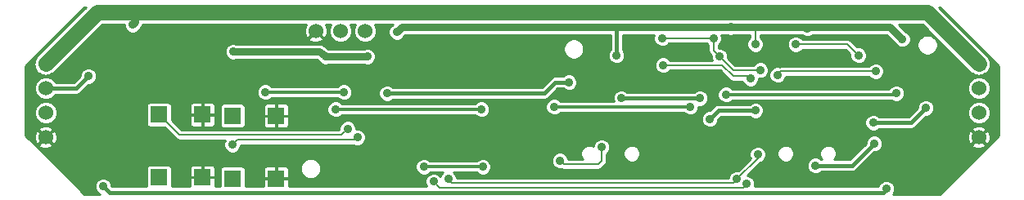
<source format=gbl>
G04 (created by PCBNEW (22-Jun-2014 BZR 4027)-stable) date Tue Jul 18 17:56:31 2017*
%MOIN*%
G04 Gerber Fmt 3.4, Leading zero omitted, Abs format*
%FSLAX34Y34*%
G01*
G70*
G90*
G04 APERTURE LIST*
%ADD10C,0.00590551*%
%ADD11C,0.06*%
%ADD12R,0.07X0.07*%
%ADD13C,0.035*%
%ADD14C,0.0314961*%
%ADD15C,0.00787402*%
%ADD16C,0.015748*%
%ADD17C,0.011811*%
%ADD18C,0.0629921*%
%ADD19C,0.01*%
G04 APERTURE END LIST*
G54D10*
G54D11*
X85000Y-35500D03*
X85000Y-34500D03*
X85000Y-33500D03*
X85000Y-32500D03*
X47000Y-35500D03*
X47000Y-34500D03*
X47000Y-33500D03*
X47000Y-32500D03*
X58000Y-31150D03*
X59000Y-31150D03*
X60000Y-31150D03*
G54D12*
X51614Y-37130D03*
X51614Y-34570D03*
X53386Y-37130D03*
X53386Y-34570D03*
X54614Y-37180D03*
X54614Y-34620D03*
X56386Y-37180D03*
X56386Y-34620D03*
G54D13*
X75900Y-31700D03*
X78000Y-31050D03*
X74900Y-31000D03*
X70250Y-32150D03*
X81889Y-31496D03*
X61300Y-31200D03*
X62400Y-36700D03*
X58400Y-32200D03*
X64800Y-36700D03*
X54650Y-32000D03*
X60100Y-32200D03*
X80750Y-35750D03*
X78350Y-36650D03*
X67750Y-30450D03*
X72600Y-30500D03*
X56800Y-30400D03*
X50550Y-30900D03*
X67950Y-36450D03*
X69650Y-35900D03*
X82850Y-34300D03*
X80700Y-34900D03*
X68300Y-33250D03*
X70450Y-33900D03*
X73650Y-33900D03*
X74050Y-34750D03*
X75900Y-34400D03*
X60900Y-33700D03*
X59150Y-33650D03*
X55950Y-33650D03*
X48750Y-33000D03*
X81250Y-37600D03*
X49350Y-37500D03*
X54600Y-35800D03*
X59700Y-35500D03*
X59300Y-35150D03*
X76100Y-32750D03*
X77550Y-31700D03*
X80100Y-32150D03*
X72100Y-31450D03*
X74450Y-32200D03*
X74200Y-31450D03*
X75550Y-37400D03*
X62800Y-37300D03*
X76800Y-32950D03*
X80800Y-32800D03*
X75700Y-33100D03*
X72150Y-32550D03*
X76000Y-36200D03*
X63400Y-37200D03*
X75150Y-37200D03*
X62000Y-32800D03*
X62000Y-31650D03*
X62000Y-35200D03*
X78900Y-35550D03*
X75750Y-32200D03*
X76750Y-31450D03*
X78000Y-33150D03*
X70350Y-36000D03*
X80650Y-33300D03*
X73050Y-32150D03*
X71500Y-31450D03*
X74250Y-36400D03*
X69650Y-33000D03*
X71700Y-32750D03*
X48750Y-32250D03*
X61300Y-37050D03*
X82100Y-32950D03*
X74050Y-32900D03*
X67150Y-32900D03*
X59100Y-33050D03*
X50050Y-32900D03*
X51100Y-31350D03*
X54350Y-31100D03*
X81650Y-33700D03*
X74700Y-33750D03*
X73250Y-34250D03*
X67700Y-34250D03*
X64750Y-34350D03*
X58800Y-34350D03*
G54D14*
X80905Y-31000D02*
X81393Y-31000D01*
X81393Y-31000D02*
X81889Y-31496D01*
G54D15*
X75900Y-31050D02*
X75900Y-31000D01*
X75900Y-31700D02*
X75900Y-31050D01*
G54D16*
X78000Y-31050D02*
X78000Y-31000D01*
X74900Y-30950D02*
X75000Y-31000D01*
X74900Y-31000D02*
X74900Y-30950D01*
X70250Y-32150D02*
X70250Y-31000D01*
G54D14*
X77900Y-31000D02*
X80905Y-31000D01*
X78000Y-31000D02*
X77900Y-31000D01*
X75850Y-31000D02*
X75900Y-31000D01*
X75900Y-31000D02*
X78000Y-31000D01*
X75000Y-31000D02*
X75850Y-31000D01*
X70250Y-31000D02*
X75000Y-31000D01*
X65350Y-31000D02*
X70250Y-31000D01*
X61300Y-31200D02*
X61500Y-31000D01*
X61500Y-31000D02*
X65350Y-31000D01*
G54D17*
X62400Y-36700D02*
X64800Y-36700D01*
G54D14*
X54650Y-32000D02*
X58150Y-32000D01*
X58400Y-32200D02*
X60100Y-32200D01*
X58150Y-32000D02*
X58400Y-32200D01*
G54D16*
X79850Y-36650D02*
X80750Y-35750D01*
X78350Y-36650D02*
X79850Y-36650D01*
G54D14*
X67750Y-30450D02*
X67750Y-30400D01*
X72600Y-30500D02*
X72600Y-30400D01*
X50650Y-30800D02*
X50650Y-30400D01*
X50550Y-30900D02*
X50650Y-30800D01*
G54D18*
X47000Y-32500D02*
X48600Y-30900D01*
X48600Y-30900D02*
X49100Y-30400D01*
X49100Y-30400D02*
X50650Y-30400D01*
X50650Y-30400D02*
X56800Y-30400D01*
X56800Y-30400D02*
X66000Y-30400D01*
X66000Y-30400D02*
X67750Y-30400D01*
X67750Y-30400D02*
X68650Y-30400D01*
X68650Y-30400D02*
X72600Y-30400D01*
X72600Y-30400D02*
X82900Y-30400D01*
X82900Y-30400D02*
X85000Y-32500D01*
G54D15*
X68100Y-36600D02*
X69500Y-36600D01*
X67950Y-36450D02*
X68100Y-36600D01*
X69650Y-36450D02*
X69500Y-36600D01*
X69650Y-35900D02*
X69650Y-36450D01*
G54D16*
X80700Y-34900D02*
X82250Y-34900D01*
X82250Y-34900D02*
X82850Y-34300D01*
X68300Y-33250D02*
X67750Y-33250D01*
X67300Y-33700D02*
X60900Y-33700D01*
X67750Y-33250D02*
X67300Y-33700D01*
X72800Y-33900D02*
X73650Y-33900D01*
X70450Y-33900D02*
X72800Y-33900D01*
X74050Y-34750D02*
X74400Y-34400D01*
X74400Y-34400D02*
X75750Y-34400D01*
X75750Y-34400D02*
X75900Y-34400D01*
G54D15*
X60900Y-33700D02*
X60900Y-33700D01*
G54D17*
X59150Y-33650D02*
X57100Y-33650D01*
X55950Y-33650D02*
X57100Y-33650D01*
G54D16*
X47000Y-33500D02*
X48250Y-33500D01*
X48250Y-33500D02*
X48750Y-33000D01*
X81100Y-37750D02*
X78050Y-37750D01*
X81250Y-37600D02*
X81100Y-37750D01*
X60400Y-37750D02*
X78050Y-37750D01*
X60450Y-37750D02*
X60400Y-37750D01*
X60400Y-37750D02*
X58100Y-37750D01*
X58100Y-37750D02*
X51000Y-37750D01*
X49600Y-37750D02*
X51000Y-37750D01*
X51000Y-37750D02*
X50950Y-37750D01*
X49350Y-37500D02*
X49600Y-37750D01*
G54D15*
X56200Y-35600D02*
X54800Y-35600D01*
X54800Y-35600D02*
X54600Y-35800D01*
X56400Y-35600D02*
X56200Y-35600D01*
X59600Y-35600D02*
X59700Y-35500D01*
X56400Y-35600D02*
X59600Y-35600D01*
X52550Y-35400D02*
X52444Y-35400D01*
X52444Y-35400D02*
X51614Y-34570D01*
X59050Y-35400D02*
X52550Y-35400D01*
X59300Y-35150D02*
X59050Y-35400D01*
X75000Y-32750D02*
X74450Y-32200D01*
X76100Y-32750D02*
X75000Y-32750D01*
X79650Y-31700D02*
X77550Y-31700D01*
X80100Y-32150D02*
X79650Y-31700D01*
X72100Y-31450D02*
X74200Y-31450D01*
X74200Y-31950D02*
X74450Y-32200D01*
X74200Y-31450D02*
X74200Y-31950D01*
X64150Y-37550D02*
X75400Y-37550D01*
X75400Y-37550D02*
X75550Y-37400D01*
X63050Y-37550D02*
X64150Y-37550D01*
X64150Y-37550D02*
X64200Y-37550D01*
X62800Y-37300D02*
X63050Y-37550D01*
X80500Y-32800D02*
X76950Y-32800D01*
X76950Y-32800D02*
X76800Y-32950D01*
X80500Y-32800D02*
X80800Y-32800D01*
X74350Y-32550D02*
X74550Y-32550D01*
X75600Y-33000D02*
X75700Y-33100D01*
X75000Y-33000D02*
X75600Y-33000D01*
X74550Y-32550D02*
X75000Y-33000D01*
X72150Y-32550D02*
X74350Y-32550D01*
X76000Y-36350D02*
X75150Y-37200D01*
X76000Y-36200D02*
X76000Y-36350D01*
X64500Y-37350D02*
X75000Y-37350D01*
X63400Y-37200D02*
X63550Y-37350D01*
X63550Y-37350D02*
X64500Y-37350D01*
X75000Y-37350D02*
X75150Y-37200D01*
G54D17*
X75900Y-33750D02*
X81600Y-33750D01*
X81600Y-33750D02*
X81650Y-33700D01*
X75900Y-33750D02*
X74700Y-33750D01*
X73100Y-34250D02*
X73250Y-34250D01*
X67700Y-34250D02*
X73100Y-34250D01*
X58800Y-34350D02*
X64750Y-34350D01*
G54D10*
G36*
X85812Y-35422D02*
X85469Y-35764D01*
X85469Y-35416D01*
X85468Y-35412D01*
X85468Y-34407D01*
X85468Y-33407D01*
X85397Y-33235D01*
X85265Y-33103D01*
X85093Y-33031D01*
X84907Y-33031D01*
X84735Y-33102D01*
X84603Y-33234D01*
X84531Y-33406D01*
X84531Y-33592D01*
X84602Y-33764D01*
X84734Y-33896D01*
X84906Y-33968D01*
X85092Y-33968D01*
X85264Y-33897D01*
X85396Y-33765D01*
X85468Y-33593D01*
X85468Y-33407D01*
X85468Y-34407D01*
X85397Y-34235D01*
X85265Y-34103D01*
X85093Y-34031D01*
X84907Y-34031D01*
X84735Y-34102D01*
X84603Y-34234D01*
X84531Y-34406D01*
X84531Y-34592D01*
X84602Y-34764D01*
X84734Y-34896D01*
X84906Y-34968D01*
X85092Y-34968D01*
X85264Y-34897D01*
X85396Y-34765D01*
X85468Y-34593D01*
X85468Y-34407D01*
X85468Y-35412D01*
X85402Y-35242D01*
X85391Y-35226D01*
X85314Y-35198D01*
X85301Y-35211D01*
X85301Y-35185D01*
X85273Y-35108D01*
X85102Y-35033D01*
X84916Y-35030D01*
X84742Y-35097D01*
X84726Y-35108D01*
X84698Y-35185D01*
X85000Y-35487D01*
X85301Y-35185D01*
X85301Y-35211D01*
X85012Y-35500D01*
X85314Y-35801D01*
X85391Y-35773D01*
X85466Y-35602D01*
X85469Y-35416D01*
X85469Y-35764D01*
X85301Y-35933D01*
X85301Y-35814D01*
X85000Y-35512D01*
X84987Y-35525D01*
X84987Y-35500D01*
X84685Y-35198D01*
X84608Y-35226D01*
X84533Y-35397D01*
X84530Y-35583D01*
X84597Y-35757D01*
X84608Y-35773D01*
X84685Y-35801D01*
X84987Y-35500D01*
X84987Y-35525D01*
X84698Y-35814D01*
X84726Y-35891D01*
X84897Y-35966D01*
X85083Y-35969D01*
X85257Y-35902D01*
X85273Y-35891D01*
X85301Y-35814D01*
X85301Y-35933D01*
X83422Y-37812D01*
X83333Y-37812D01*
X83333Y-31768D01*
X83333Y-31732D01*
X83333Y-31695D01*
X83333Y-31695D01*
X83333Y-31695D01*
X83333Y-31695D01*
X83315Y-31605D01*
X83315Y-31605D01*
X83287Y-31537D01*
X83236Y-31460D01*
X83184Y-31409D01*
X83184Y-31408D01*
X83108Y-31357D01*
X83107Y-31357D01*
X83040Y-31329D01*
X82949Y-31311D01*
X82876Y-31311D01*
X82876Y-31312D01*
X82786Y-31329D01*
X82786Y-31329D01*
X82718Y-31357D01*
X82641Y-31409D01*
X82590Y-31461D01*
X82589Y-31461D01*
X82539Y-31537D01*
X82538Y-31537D01*
X82510Y-31605D01*
X82492Y-31695D01*
X82492Y-31732D01*
X82492Y-31768D01*
X82510Y-31859D01*
X82538Y-31926D01*
X82539Y-31927D01*
X82589Y-32003D01*
X82590Y-32003D01*
X82641Y-32055D01*
X82718Y-32106D01*
X82786Y-32134D01*
X82786Y-32134D01*
X82876Y-32152D01*
X82876Y-32152D01*
X82949Y-32152D01*
X83040Y-32134D01*
X83107Y-32106D01*
X83108Y-32106D01*
X83184Y-32055D01*
X83184Y-32055D01*
X83236Y-32003D01*
X83287Y-31927D01*
X83315Y-31859D01*
X83315Y-31859D01*
X83333Y-31769D01*
X83333Y-31769D01*
X83333Y-31769D01*
X83333Y-31768D01*
X83333Y-37812D01*
X83193Y-37812D01*
X83193Y-34232D01*
X83141Y-34105D01*
X83044Y-34009D01*
X82918Y-33956D01*
X82782Y-33956D01*
X82655Y-34008D01*
X82559Y-34105D01*
X82506Y-34231D01*
X82506Y-34294D01*
X82147Y-34653D01*
X81993Y-34653D01*
X81993Y-33632D01*
X81941Y-33505D01*
X81844Y-33409D01*
X81718Y-33356D01*
X81582Y-33356D01*
X81455Y-33408D01*
X81359Y-33505D01*
X81352Y-33522D01*
X81143Y-33522D01*
X81143Y-32732D01*
X81091Y-32605D01*
X80994Y-32509D01*
X80868Y-32456D01*
X80732Y-32456D01*
X80605Y-32508D01*
X80522Y-32592D01*
X80500Y-32592D01*
X80443Y-32592D01*
X80443Y-32082D01*
X80391Y-31955D01*
X80294Y-31859D01*
X80168Y-31806D01*
X80050Y-31806D01*
X79796Y-31553D01*
X79729Y-31508D01*
X79650Y-31492D01*
X77827Y-31492D01*
X77744Y-31409D01*
X77618Y-31356D01*
X77482Y-31356D01*
X77355Y-31408D01*
X77259Y-31505D01*
X77206Y-31631D01*
X77206Y-31767D01*
X77258Y-31894D01*
X77355Y-31990D01*
X77481Y-32043D01*
X77617Y-32043D01*
X77744Y-31991D01*
X77827Y-31907D01*
X79564Y-31907D01*
X79756Y-32100D01*
X79756Y-32217D01*
X79808Y-32344D01*
X79905Y-32440D01*
X80031Y-32493D01*
X80167Y-32493D01*
X80294Y-32441D01*
X80390Y-32344D01*
X80443Y-32218D01*
X80443Y-32082D01*
X80443Y-32592D01*
X76950Y-32592D01*
X76871Y-32608D01*
X76868Y-32606D01*
X76732Y-32606D01*
X76605Y-32658D01*
X76509Y-32755D01*
X76456Y-32881D01*
X76456Y-33017D01*
X76508Y-33144D01*
X76605Y-33240D01*
X76731Y-33293D01*
X76867Y-33293D01*
X76994Y-33241D01*
X77090Y-33144D01*
X77143Y-33018D01*
X77143Y-33007D01*
X80500Y-33007D01*
X80522Y-33007D01*
X80605Y-33090D01*
X80731Y-33143D01*
X80867Y-33143D01*
X80994Y-33091D01*
X81090Y-32994D01*
X81143Y-32868D01*
X81143Y-32732D01*
X81143Y-33522D01*
X75900Y-33522D01*
X74958Y-33522D01*
X74894Y-33459D01*
X74768Y-33406D01*
X74632Y-33406D01*
X74505Y-33458D01*
X74409Y-33555D01*
X74356Y-33681D01*
X74356Y-33817D01*
X74408Y-33944D01*
X74505Y-34040D01*
X74631Y-34093D01*
X74767Y-34093D01*
X74894Y-34041D01*
X74958Y-33977D01*
X75900Y-33977D01*
X81441Y-33977D01*
X81455Y-33990D01*
X81581Y-34043D01*
X81717Y-34043D01*
X81844Y-33991D01*
X81940Y-33894D01*
X81993Y-33768D01*
X81993Y-33632D01*
X81993Y-34653D01*
X80938Y-34653D01*
X80894Y-34609D01*
X80768Y-34556D01*
X80632Y-34556D01*
X80505Y-34608D01*
X80409Y-34705D01*
X80356Y-34831D01*
X80356Y-34967D01*
X80408Y-35094D01*
X80505Y-35190D01*
X80631Y-35243D01*
X80767Y-35243D01*
X80894Y-35191D01*
X80938Y-35146D01*
X82250Y-35146D01*
X82344Y-35128D01*
X82344Y-35128D01*
X82424Y-35074D01*
X82855Y-34643D01*
X82917Y-34643D01*
X83044Y-34591D01*
X83140Y-34494D01*
X83193Y-34368D01*
X83193Y-34232D01*
X83193Y-37812D01*
X81523Y-37812D01*
X81540Y-37794D01*
X81593Y-37668D01*
X81593Y-37532D01*
X81541Y-37405D01*
X81444Y-37309D01*
X81318Y-37256D01*
X81182Y-37256D01*
X81093Y-37293D01*
X81093Y-35682D01*
X81041Y-35555D01*
X80944Y-35459D01*
X80818Y-35406D01*
X80682Y-35406D01*
X80555Y-35458D01*
X80459Y-35555D01*
X80406Y-35681D01*
X80406Y-35744D01*
X79747Y-36403D01*
X79115Y-36403D01*
X79158Y-36360D01*
X79211Y-36233D01*
X79211Y-36096D01*
X79158Y-35969D01*
X79061Y-35872D01*
X78934Y-35819D01*
X78797Y-35819D01*
X78670Y-35872D01*
X78573Y-35969D01*
X78520Y-36096D01*
X78520Y-36233D01*
X78573Y-36360D01*
X78616Y-36403D01*
X78588Y-36403D01*
X78544Y-36359D01*
X78418Y-36306D01*
X78282Y-36306D01*
X78155Y-36358D01*
X78059Y-36455D01*
X78006Y-36581D01*
X78006Y-36717D01*
X78058Y-36844D01*
X78155Y-36940D01*
X78281Y-36993D01*
X78417Y-36993D01*
X78544Y-36941D01*
X78588Y-36896D01*
X79850Y-36896D01*
X79944Y-36878D01*
X79944Y-36878D01*
X80024Y-36824D01*
X80755Y-36093D01*
X80817Y-36093D01*
X80944Y-36041D01*
X81040Y-35944D01*
X81093Y-35818D01*
X81093Y-35682D01*
X81093Y-37293D01*
X81055Y-37308D01*
X80959Y-37405D01*
X80918Y-37503D01*
X78050Y-37503D01*
X77479Y-37503D01*
X77479Y-36096D01*
X77426Y-35969D01*
X77329Y-35872D01*
X77202Y-35819D01*
X77065Y-35819D01*
X76938Y-35872D01*
X76841Y-35969D01*
X76788Y-36096D01*
X76788Y-36233D01*
X76841Y-36360D01*
X76938Y-36457D01*
X77065Y-36510D01*
X77202Y-36510D01*
X77329Y-36457D01*
X77426Y-36360D01*
X77479Y-36233D01*
X77479Y-36096D01*
X77479Y-37503D01*
X75878Y-37503D01*
X75893Y-37468D01*
X75893Y-37332D01*
X75841Y-37205D01*
X75744Y-37109D01*
X75618Y-37056D01*
X75586Y-37056D01*
X76122Y-36520D01*
X76194Y-36491D01*
X76290Y-36394D01*
X76343Y-36268D01*
X76343Y-36132D01*
X76291Y-36005D01*
X76243Y-35957D01*
X76243Y-34332D01*
X76191Y-34205D01*
X76094Y-34109D01*
X75968Y-34056D01*
X75832Y-34056D01*
X75705Y-34108D01*
X75661Y-34153D01*
X74400Y-34153D01*
X74305Y-34171D01*
X74225Y-34225D01*
X74225Y-34225D01*
X74225Y-34225D01*
X74044Y-34406D01*
X73993Y-34406D01*
X73993Y-33832D01*
X73941Y-33705D01*
X73844Y-33609D01*
X73718Y-33556D01*
X73582Y-33556D01*
X73455Y-33608D01*
X73411Y-33653D01*
X72800Y-33653D01*
X70688Y-33653D01*
X70644Y-33609D01*
X70518Y-33556D01*
X70382Y-33556D01*
X70255Y-33608D01*
X70159Y-33705D01*
X70106Y-33831D01*
X70106Y-33967D01*
X70129Y-34022D01*
X68924Y-34022D01*
X68924Y-31926D01*
X68924Y-31889D01*
X68924Y-31853D01*
X68924Y-31852D01*
X68924Y-31852D01*
X68924Y-31852D01*
X68906Y-31762D01*
X68906Y-31762D01*
X68878Y-31694D01*
X68827Y-31618D01*
X68775Y-31566D01*
X68774Y-31566D01*
X68698Y-31515D01*
X68698Y-31515D01*
X68630Y-31487D01*
X68540Y-31469D01*
X68467Y-31469D01*
X68466Y-31469D01*
X68377Y-31487D01*
X68376Y-31487D01*
X68309Y-31515D01*
X68232Y-31566D01*
X68180Y-31618D01*
X68180Y-31618D01*
X68129Y-31694D01*
X68129Y-31695D01*
X68101Y-31762D01*
X68083Y-31853D01*
X68083Y-31889D01*
X68083Y-31926D01*
X68101Y-32016D01*
X68129Y-32084D01*
X68129Y-32084D01*
X68180Y-32160D01*
X68180Y-32160D01*
X68232Y-32212D01*
X68309Y-32264D01*
X68376Y-32292D01*
X68377Y-32292D01*
X68466Y-32309D01*
X68467Y-32310D01*
X68540Y-32310D01*
X68630Y-32292D01*
X68698Y-32264D01*
X68698Y-32264D01*
X68774Y-32213D01*
X68775Y-32213D01*
X68827Y-32161D01*
X68878Y-32084D01*
X68906Y-32017D01*
X68906Y-32016D01*
X68924Y-31926D01*
X68924Y-31926D01*
X68924Y-31926D01*
X68924Y-31926D01*
X68924Y-34022D01*
X68643Y-34022D01*
X68643Y-33182D01*
X68591Y-33055D01*
X68494Y-32959D01*
X68368Y-32906D01*
X68232Y-32906D01*
X68105Y-32958D01*
X68061Y-33003D01*
X67750Y-33003D01*
X67655Y-33021D01*
X67575Y-33075D01*
X67197Y-33453D01*
X61138Y-33453D01*
X61094Y-33409D01*
X60968Y-33356D01*
X60832Y-33356D01*
X60705Y-33408D01*
X60609Y-33505D01*
X60556Y-33631D01*
X60556Y-33767D01*
X60608Y-33894D01*
X60705Y-33990D01*
X60831Y-34043D01*
X60967Y-34043D01*
X61094Y-33991D01*
X61138Y-33946D01*
X67300Y-33946D01*
X67394Y-33928D01*
X67394Y-33928D01*
X67474Y-33874D01*
X67852Y-33496D01*
X68061Y-33496D01*
X68105Y-33540D01*
X68231Y-33593D01*
X68367Y-33593D01*
X68494Y-33541D01*
X68590Y-33444D01*
X68643Y-33318D01*
X68643Y-33182D01*
X68643Y-34022D01*
X67958Y-34022D01*
X67894Y-33959D01*
X67768Y-33906D01*
X67632Y-33906D01*
X67505Y-33958D01*
X67409Y-34055D01*
X67356Y-34181D01*
X67356Y-34317D01*
X67408Y-34444D01*
X67505Y-34540D01*
X67631Y-34593D01*
X67767Y-34593D01*
X67894Y-34541D01*
X67958Y-34477D01*
X72991Y-34477D01*
X73055Y-34540D01*
X73181Y-34593D01*
X73317Y-34593D01*
X73444Y-34541D01*
X73540Y-34444D01*
X73593Y-34318D01*
X73593Y-34243D01*
X73717Y-34243D01*
X73844Y-34191D01*
X73940Y-34094D01*
X73993Y-33968D01*
X73993Y-33832D01*
X73993Y-34406D01*
X73982Y-34406D01*
X73855Y-34458D01*
X73759Y-34555D01*
X73706Y-34681D01*
X73706Y-34817D01*
X73758Y-34944D01*
X73855Y-35040D01*
X73981Y-35093D01*
X74117Y-35093D01*
X74244Y-35041D01*
X74340Y-34944D01*
X74393Y-34818D01*
X74393Y-34755D01*
X74502Y-34646D01*
X75661Y-34646D01*
X75705Y-34690D01*
X75831Y-34743D01*
X75967Y-34743D01*
X76094Y-34691D01*
X76190Y-34594D01*
X76243Y-34468D01*
X76243Y-34332D01*
X76243Y-35957D01*
X76194Y-35909D01*
X76068Y-35856D01*
X75932Y-35856D01*
X75805Y-35908D01*
X75709Y-36005D01*
X75656Y-36131D01*
X75656Y-36267D01*
X75695Y-36361D01*
X75199Y-36856D01*
X75082Y-36856D01*
X74955Y-36908D01*
X74859Y-37005D01*
X74806Y-37131D01*
X74806Y-37142D01*
X71211Y-37142D01*
X71211Y-36096D01*
X71158Y-35969D01*
X71061Y-35872D01*
X70934Y-35819D01*
X70797Y-35819D01*
X70670Y-35872D01*
X70573Y-35969D01*
X70520Y-36096D01*
X70520Y-36233D01*
X70573Y-36360D01*
X70670Y-36457D01*
X70797Y-36510D01*
X70934Y-36510D01*
X71061Y-36457D01*
X71158Y-36360D01*
X71211Y-36233D01*
X71211Y-36096D01*
X71211Y-37142D01*
X69993Y-37142D01*
X69993Y-35832D01*
X69941Y-35705D01*
X69844Y-35609D01*
X69718Y-35556D01*
X69582Y-35556D01*
X69455Y-35608D01*
X69359Y-35705D01*
X69306Y-35831D01*
X69306Y-35863D01*
X69202Y-35819D01*
X69065Y-35819D01*
X68938Y-35872D01*
X68841Y-35969D01*
X68788Y-36096D01*
X68788Y-36233D01*
X68841Y-36360D01*
X68873Y-36392D01*
X68293Y-36392D01*
X68293Y-36382D01*
X68241Y-36255D01*
X68144Y-36159D01*
X68018Y-36106D01*
X67882Y-36106D01*
X67755Y-36158D01*
X67659Y-36255D01*
X67606Y-36381D01*
X67606Y-36517D01*
X67658Y-36644D01*
X67755Y-36740D01*
X67881Y-36793D01*
X68017Y-36793D01*
X68021Y-36791D01*
X68021Y-36791D01*
X68100Y-36807D01*
X69500Y-36807D01*
X69579Y-36791D01*
X69579Y-36791D01*
X69646Y-36746D01*
X69796Y-36596D01*
X69796Y-36596D01*
X69826Y-36551D01*
X69841Y-36529D01*
X69841Y-36529D01*
X69857Y-36450D01*
X69857Y-36450D01*
X69857Y-36177D01*
X69940Y-36094D01*
X69993Y-35968D01*
X69993Y-35832D01*
X69993Y-37142D01*
X64500Y-37142D01*
X63743Y-37142D01*
X63743Y-37132D01*
X63691Y-37005D01*
X63612Y-36927D01*
X64541Y-36927D01*
X64605Y-36990D01*
X64731Y-37043D01*
X64867Y-37043D01*
X64994Y-36991D01*
X65090Y-36894D01*
X65143Y-36768D01*
X65143Y-36632D01*
X65093Y-36511D01*
X65093Y-34282D01*
X65041Y-34155D01*
X64944Y-34059D01*
X64818Y-34006D01*
X64682Y-34006D01*
X64555Y-34058D01*
X64491Y-34122D01*
X60443Y-34122D01*
X60443Y-32132D01*
X60391Y-32005D01*
X60294Y-31909D01*
X60168Y-31856D01*
X60032Y-31856D01*
X59989Y-31874D01*
X58513Y-31874D01*
X58353Y-31745D01*
X58312Y-31724D01*
X58301Y-31717D01*
X58301Y-31464D01*
X58000Y-31162D01*
X57698Y-31464D01*
X57726Y-31541D01*
X57897Y-31616D01*
X58083Y-31619D01*
X58257Y-31552D01*
X58273Y-31541D01*
X58301Y-31464D01*
X58301Y-31717D01*
X58274Y-31699D01*
X58256Y-31695D01*
X58240Y-31687D01*
X58195Y-31683D01*
X58150Y-31674D01*
X54760Y-31674D01*
X54718Y-31656D01*
X54582Y-31656D01*
X54455Y-31708D01*
X54359Y-31805D01*
X54306Y-31931D01*
X54306Y-32067D01*
X54358Y-32194D01*
X54455Y-32290D01*
X54581Y-32343D01*
X54717Y-32343D01*
X54760Y-32325D01*
X58035Y-32325D01*
X58102Y-32379D01*
X58108Y-32394D01*
X58205Y-32490D01*
X58331Y-32543D01*
X58467Y-32543D01*
X58510Y-32525D01*
X59989Y-32525D01*
X60031Y-32543D01*
X60167Y-32543D01*
X60294Y-32491D01*
X60390Y-32394D01*
X60443Y-32268D01*
X60443Y-32132D01*
X60443Y-34122D01*
X59493Y-34122D01*
X59493Y-33582D01*
X59441Y-33455D01*
X59344Y-33359D01*
X59218Y-33306D01*
X59082Y-33306D01*
X58955Y-33358D01*
X58891Y-33422D01*
X57100Y-33422D01*
X56208Y-33422D01*
X56144Y-33359D01*
X56018Y-33306D01*
X55882Y-33306D01*
X55755Y-33358D01*
X55659Y-33455D01*
X55606Y-33581D01*
X55606Y-33717D01*
X55658Y-33844D01*
X55755Y-33940D01*
X55881Y-33993D01*
X56017Y-33993D01*
X56144Y-33941D01*
X56208Y-33877D01*
X57100Y-33877D01*
X58891Y-33877D01*
X58955Y-33940D01*
X59081Y-33993D01*
X59217Y-33993D01*
X59344Y-33941D01*
X59440Y-33844D01*
X59493Y-33718D01*
X59493Y-33582D01*
X59493Y-34122D01*
X59058Y-34122D01*
X58994Y-34059D01*
X58868Y-34006D01*
X58732Y-34006D01*
X58605Y-34058D01*
X58509Y-34155D01*
X58456Y-34281D01*
X58456Y-34417D01*
X58508Y-34544D01*
X58605Y-34640D01*
X58731Y-34693D01*
X58867Y-34693D01*
X58994Y-34641D01*
X59058Y-34577D01*
X64491Y-34577D01*
X64555Y-34640D01*
X64681Y-34693D01*
X64817Y-34693D01*
X64944Y-34641D01*
X65040Y-34544D01*
X65093Y-34418D01*
X65093Y-34282D01*
X65093Y-36511D01*
X65091Y-36505D01*
X64994Y-36409D01*
X64868Y-36356D01*
X64732Y-36356D01*
X64605Y-36408D01*
X64541Y-36472D01*
X62658Y-36472D01*
X62594Y-36409D01*
X62468Y-36356D01*
X62332Y-36356D01*
X62205Y-36408D01*
X62109Y-36505D01*
X62056Y-36631D01*
X62056Y-36767D01*
X62108Y-36894D01*
X62205Y-36990D01*
X62331Y-37043D01*
X62467Y-37043D01*
X62594Y-36991D01*
X62658Y-36927D01*
X63187Y-36927D01*
X63109Y-37005D01*
X63074Y-37089D01*
X62994Y-37009D01*
X62868Y-36956D01*
X62732Y-36956D01*
X62605Y-37008D01*
X62509Y-37105D01*
X62456Y-37231D01*
X62456Y-37367D01*
X62508Y-37494D01*
X62517Y-37503D01*
X60450Y-37503D01*
X60400Y-37503D01*
X60043Y-37503D01*
X60043Y-35432D01*
X59991Y-35305D01*
X59894Y-35209D01*
X59768Y-35156D01*
X59643Y-35156D01*
X59643Y-35082D01*
X59591Y-34955D01*
X59494Y-34859D01*
X59368Y-34806D01*
X59232Y-34806D01*
X59105Y-34858D01*
X59009Y-34955D01*
X58956Y-35081D01*
X58956Y-35192D01*
X56904Y-35192D01*
X56904Y-35003D01*
X56904Y-34236D01*
X56878Y-34174D01*
X56831Y-34127D01*
X56769Y-34101D01*
X56702Y-34101D01*
X56437Y-34101D01*
X56395Y-34143D01*
X56395Y-34610D01*
X56862Y-34610D01*
X56904Y-34568D01*
X56904Y-34236D01*
X56904Y-35003D01*
X56904Y-34671D01*
X56862Y-34629D01*
X56395Y-34629D01*
X56395Y-35096D01*
X56437Y-35138D01*
X56702Y-35138D01*
X56769Y-35138D01*
X56831Y-35112D01*
X56878Y-35065D01*
X56904Y-35003D01*
X56904Y-35192D01*
X56376Y-35192D01*
X56376Y-35096D01*
X56376Y-34629D01*
X56376Y-34610D01*
X56376Y-34143D01*
X56334Y-34101D01*
X56069Y-34101D01*
X56002Y-34101D01*
X55940Y-34127D01*
X55893Y-34174D01*
X55867Y-34236D01*
X55867Y-34568D01*
X55909Y-34610D01*
X56376Y-34610D01*
X56376Y-34629D01*
X55909Y-34629D01*
X55867Y-34671D01*
X55867Y-35003D01*
X55893Y-35065D01*
X55940Y-35112D01*
X56002Y-35138D01*
X56069Y-35138D01*
X56334Y-35138D01*
X56376Y-35096D01*
X56376Y-35192D01*
X55132Y-35192D01*
X55132Y-34936D01*
X55132Y-34236D01*
X55106Y-34174D01*
X55059Y-34127D01*
X54997Y-34101D01*
X54930Y-34101D01*
X54230Y-34101D01*
X54168Y-34127D01*
X54121Y-34174D01*
X54095Y-34236D01*
X54095Y-34303D01*
X54095Y-35003D01*
X54121Y-35065D01*
X54168Y-35112D01*
X54230Y-35138D01*
X54297Y-35138D01*
X54997Y-35138D01*
X55059Y-35112D01*
X55106Y-35065D01*
X55132Y-35003D01*
X55132Y-34936D01*
X55132Y-35192D01*
X53904Y-35192D01*
X53904Y-34953D01*
X53904Y-34186D01*
X53878Y-34124D01*
X53831Y-34077D01*
X53769Y-34051D01*
X53702Y-34051D01*
X53437Y-34051D01*
X53395Y-34093D01*
X53395Y-34560D01*
X53862Y-34560D01*
X53904Y-34518D01*
X53904Y-34186D01*
X53904Y-34953D01*
X53904Y-34621D01*
X53862Y-34579D01*
X53395Y-34579D01*
X53395Y-35046D01*
X53437Y-35088D01*
X53702Y-35088D01*
X53769Y-35088D01*
X53831Y-35062D01*
X53878Y-35015D01*
X53904Y-34953D01*
X53904Y-35192D01*
X53376Y-35192D01*
X53376Y-35046D01*
X53376Y-34579D01*
X53376Y-34560D01*
X53376Y-34093D01*
X53334Y-34051D01*
X53069Y-34051D01*
X53002Y-34051D01*
X52940Y-34077D01*
X52893Y-34124D01*
X52867Y-34186D01*
X52867Y-34518D01*
X52909Y-34560D01*
X53376Y-34560D01*
X53376Y-34579D01*
X52909Y-34579D01*
X52867Y-34621D01*
X52867Y-34953D01*
X52893Y-35015D01*
X52940Y-35062D01*
X53002Y-35088D01*
X53069Y-35088D01*
X53334Y-35088D01*
X53376Y-35046D01*
X53376Y-35192D01*
X52550Y-35192D01*
X52529Y-35192D01*
X52132Y-34794D01*
X52132Y-34186D01*
X52106Y-34124D01*
X52059Y-34077D01*
X51997Y-34051D01*
X51930Y-34051D01*
X51230Y-34051D01*
X51168Y-34077D01*
X51121Y-34124D01*
X51095Y-34186D01*
X51095Y-34253D01*
X51095Y-34953D01*
X51121Y-35015D01*
X51168Y-35062D01*
X51230Y-35088D01*
X51297Y-35088D01*
X51838Y-35088D01*
X52297Y-35546D01*
X52364Y-35591D01*
X52364Y-35591D01*
X52444Y-35607D01*
X52550Y-35607D01*
X54308Y-35607D01*
X54256Y-35731D01*
X54256Y-35867D01*
X54308Y-35994D01*
X54405Y-36090D01*
X54531Y-36143D01*
X54667Y-36143D01*
X54794Y-36091D01*
X54890Y-35994D01*
X54943Y-35868D01*
X54943Y-35807D01*
X56200Y-35807D01*
X56400Y-35807D01*
X59545Y-35807D01*
X59631Y-35843D01*
X59767Y-35843D01*
X59894Y-35791D01*
X59990Y-35694D01*
X60043Y-35568D01*
X60043Y-35432D01*
X60043Y-37503D01*
X58215Y-37503D01*
X58215Y-36808D01*
X58215Y-36771D01*
X58215Y-36735D01*
X58215Y-36734D01*
X58215Y-36734D01*
X58215Y-36734D01*
X58197Y-36644D01*
X58197Y-36644D01*
X58169Y-36576D01*
X58118Y-36500D01*
X58066Y-36448D01*
X58066Y-36448D01*
X57990Y-36397D01*
X57989Y-36397D01*
X57922Y-36369D01*
X57831Y-36351D01*
X57758Y-36351D01*
X57758Y-36351D01*
X57668Y-36369D01*
X57668Y-36369D01*
X57600Y-36397D01*
X57523Y-36448D01*
X57472Y-36500D01*
X57471Y-36500D01*
X57420Y-36576D01*
X57420Y-36577D01*
X57392Y-36644D01*
X57374Y-36735D01*
X57374Y-36771D01*
X57374Y-36808D01*
X57392Y-36898D01*
X57420Y-36966D01*
X57420Y-36966D01*
X57471Y-37042D01*
X57472Y-37042D01*
X57523Y-37094D01*
X57600Y-37146D01*
X57668Y-37174D01*
X57668Y-37174D01*
X57758Y-37191D01*
X57758Y-37192D01*
X57831Y-37192D01*
X57922Y-37174D01*
X57989Y-37146D01*
X57990Y-37145D01*
X58066Y-37095D01*
X58066Y-37094D01*
X58118Y-37043D01*
X58169Y-36966D01*
X58197Y-36898D01*
X58197Y-36898D01*
X58215Y-36808D01*
X58215Y-36808D01*
X58215Y-36808D01*
X58215Y-36808D01*
X58215Y-37503D01*
X58100Y-37503D01*
X56904Y-37503D01*
X56904Y-36796D01*
X56878Y-36734D01*
X56831Y-36687D01*
X56769Y-36661D01*
X56702Y-36661D01*
X56437Y-36661D01*
X56395Y-36703D01*
X56395Y-37170D01*
X56862Y-37170D01*
X56904Y-37128D01*
X56904Y-36796D01*
X56904Y-37503D01*
X56904Y-37503D01*
X56904Y-37231D01*
X56862Y-37189D01*
X56395Y-37189D01*
X56395Y-37196D01*
X56376Y-37196D01*
X56376Y-37189D01*
X56376Y-37170D01*
X56376Y-36703D01*
X56334Y-36661D01*
X56069Y-36661D01*
X56002Y-36661D01*
X55940Y-36687D01*
X55893Y-36734D01*
X55867Y-36796D01*
X55867Y-37128D01*
X55909Y-37170D01*
X56376Y-37170D01*
X56376Y-37189D01*
X55909Y-37189D01*
X55867Y-37231D01*
X55867Y-37503D01*
X55132Y-37503D01*
X55132Y-37496D01*
X55132Y-36796D01*
X55106Y-36734D01*
X55059Y-36687D01*
X54997Y-36661D01*
X54930Y-36661D01*
X54230Y-36661D01*
X54168Y-36687D01*
X54121Y-36734D01*
X54095Y-36796D01*
X54095Y-36863D01*
X54095Y-37503D01*
X53904Y-37503D01*
X53904Y-36746D01*
X53878Y-36684D01*
X53831Y-36637D01*
X53769Y-36611D01*
X53702Y-36611D01*
X53437Y-36611D01*
X53395Y-36653D01*
X53395Y-37120D01*
X53862Y-37120D01*
X53904Y-37078D01*
X53904Y-36746D01*
X53904Y-37503D01*
X53904Y-37503D01*
X53904Y-37181D01*
X53862Y-37139D01*
X53395Y-37139D01*
X53395Y-37146D01*
X53376Y-37146D01*
X53376Y-37139D01*
X53376Y-37120D01*
X53376Y-36653D01*
X53334Y-36611D01*
X53069Y-36611D01*
X53002Y-36611D01*
X52940Y-36637D01*
X52893Y-36684D01*
X52867Y-36746D01*
X52867Y-37078D01*
X52909Y-37120D01*
X53376Y-37120D01*
X53376Y-37139D01*
X52909Y-37139D01*
X52867Y-37181D01*
X52867Y-37503D01*
X52132Y-37503D01*
X52132Y-37446D01*
X52132Y-36746D01*
X52106Y-36684D01*
X52059Y-36637D01*
X51997Y-36611D01*
X51930Y-36611D01*
X51230Y-36611D01*
X51168Y-36637D01*
X51121Y-36684D01*
X51095Y-36746D01*
X51095Y-36813D01*
X51095Y-37503D01*
X51000Y-37503D01*
X50950Y-37503D01*
X49702Y-37503D01*
X49693Y-37494D01*
X49693Y-37432D01*
X49641Y-37305D01*
X49544Y-37209D01*
X49418Y-37156D01*
X49282Y-37156D01*
X49155Y-37208D01*
X49093Y-37271D01*
X49093Y-32932D01*
X49041Y-32805D01*
X48944Y-32709D01*
X48818Y-32656D01*
X48682Y-32656D01*
X48555Y-32708D01*
X48459Y-32805D01*
X48406Y-32931D01*
X48406Y-32994D01*
X48147Y-33253D01*
X47404Y-33253D01*
X47397Y-33235D01*
X47265Y-33103D01*
X47093Y-33031D01*
X46907Y-33031D01*
X46735Y-33102D01*
X46603Y-33234D01*
X46531Y-33406D01*
X46531Y-33592D01*
X46602Y-33764D01*
X46734Y-33896D01*
X46906Y-33968D01*
X47092Y-33968D01*
X47264Y-33897D01*
X47396Y-33765D01*
X47404Y-33746D01*
X48250Y-33746D01*
X48344Y-33728D01*
X48344Y-33728D01*
X48424Y-33674D01*
X48755Y-33343D01*
X48817Y-33343D01*
X48944Y-33291D01*
X49040Y-33194D01*
X49093Y-33068D01*
X49093Y-32932D01*
X49093Y-37271D01*
X49059Y-37305D01*
X49006Y-37431D01*
X49006Y-37567D01*
X49058Y-37694D01*
X49155Y-37790D01*
X49207Y-37812D01*
X48577Y-37812D01*
X47469Y-36704D01*
X47469Y-35416D01*
X47468Y-35412D01*
X47468Y-34407D01*
X47397Y-34235D01*
X47265Y-34103D01*
X47093Y-34031D01*
X46907Y-34031D01*
X46735Y-34102D01*
X46603Y-34234D01*
X46531Y-34406D01*
X46531Y-34592D01*
X46602Y-34764D01*
X46734Y-34896D01*
X46906Y-34968D01*
X47092Y-34968D01*
X47264Y-34897D01*
X47396Y-34765D01*
X47468Y-34593D01*
X47468Y-34407D01*
X47468Y-35412D01*
X47402Y-35242D01*
X47391Y-35226D01*
X47314Y-35198D01*
X47301Y-35211D01*
X47301Y-35185D01*
X47273Y-35108D01*
X47102Y-35033D01*
X46916Y-35030D01*
X46742Y-35097D01*
X46726Y-35108D01*
X46698Y-35185D01*
X47000Y-35487D01*
X47301Y-35185D01*
X47301Y-35211D01*
X47012Y-35500D01*
X47314Y-35801D01*
X47391Y-35773D01*
X47466Y-35602D01*
X47469Y-35416D01*
X47469Y-36704D01*
X47301Y-36535D01*
X47301Y-35814D01*
X47000Y-35512D01*
X46987Y-35525D01*
X46987Y-35500D01*
X46685Y-35198D01*
X46608Y-35226D01*
X46533Y-35397D01*
X46530Y-35583D01*
X46597Y-35757D01*
X46608Y-35773D01*
X46685Y-35801D01*
X46987Y-35500D01*
X46987Y-35525D01*
X46698Y-35814D01*
X46726Y-35891D01*
X46897Y-35966D01*
X47083Y-35969D01*
X47257Y-35902D01*
X47273Y-35891D01*
X47301Y-35814D01*
X47301Y-36535D01*
X46187Y-35422D01*
X46187Y-32577D01*
X48577Y-30187D01*
X48629Y-30187D01*
X48258Y-30558D01*
X48258Y-30558D01*
X48258Y-30558D01*
X46658Y-32158D01*
X46615Y-32221D01*
X46603Y-32234D01*
X46596Y-32251D01*
X46553Y-32315D01*
X46538Y-32390D01*
X46531Y-32406D01*
X46531Y-32424D01*
X46516Y-32500D01*
X46531Y-32574D01*
X46531Y-32592D01*
X46538Y-32609D01*
X46553Y-32684D01*
X46596Y-32748D01*
X46602Y-32764D01*
X46615Y-32777D01*
X46658Y-32841D01*
X46721Y-32884D01*
X46734Y-32896D01*
X46751Y-32903D01*
X46815Y-32946D01*
X46890Y-32961D01*
X46906Y-32968D01*
X46924Y-32968D01*
X47000Y-32983D01*
X47074Y-32968D01*
X47092Y-32968D01*
X47109Y-32961D01*
X47184Y-32946D01*
X47248Y-32903D01*
X47264Y-32897D01*
X47277Y-32884D01*
X47341Y-32841D01*
X48941Y-31241D01*
X48941Y-31241D01*
X48941Y-31241D01*
X49300Y-30883D01*
X50206Y-30883D01*
X50206Y-30967D01*
X50258Y-31094D01*
X50355Y-31190D01*
X50481Y-31243D01*
X50617Y-31243D01*
X50744Y-31191D01*
X50840Y-31094D01*
X50858Y-31052D01*
X50880Y-31030D01*
X50950Y-30924D01*
X50959Y-30883D01*
X56800Y-30883D01*
X57605Y-30883D01*
X57533Y-31047D01*
X57530Y-31233D01*
X57597Y-31407D01*
X57608Y-31423D01*
X57685Y-31451D01*
X57987Y-31150D01*
X57981Y-31144D01*
X57994Y-31131D01*
X58000Y-31137D01*
X58005Y-31131D01*
X58018Y-31144D01*
X58012Y-31150D01*
X58314Y-31451D01*
X58391Y-31423D01*
X58466Y-31252D01*
X58469Y-31066D01*
X58402Y-30892D01*
X58395Y-30883D01*
X58604Y-30883D01*
X58603Y-30884D01*
X58531Y-31056D01*
X58531Y-31242D01*
X58602Y-31414D01*
X58734Y-31546D01*
X58906Y-31618D01*
X59092Y-31618D01*
X59264Y-31547D01*
X59396Y-31415D01*
X59468Y-31243D01*
X59468Y-31057D01*
X59397Y-30885D01*
X59394Y-30883D01*
X59604Y-30883D01*
X59603Y-30884D01*
X59531Y-31056D01*
X59531Y-31242D01*
X59602Y-31414D01*
X59734Y-31546D01*
X59906Y-31618D01*
X60092Y-31618D01*
X60264Y-31547D01*
X60396Y-31415D01*
X60468Y-31243D01*
X60468Y-31057D01*
X60397Y-30885D01*
X60394Y-30883D01*
X61156Y-30883D01*
X61147Y-30891D01*
X61105Y-30908D01*
X61009Y-31005D01*
X60956Y-31131D01*
X60956Y-31267D01*
X61008Y-31394D01*
X61105Y-31490D01*
X61231Y-31543D01*
X61367Y-31543D01*
X61494Y-31491D01*
X61590Y-31394D01*
X61608Y-31352D01*
X61634Y-31325D01*
X65350Y-31325D01*
X70003Y-31325D01*
X70003Y-31911D01*
X69959Y-31955D01*
X69906Y-32081D01*
X69906Y-32217D01*
X69958Y-32344D01*
X70055Y-32440D01*
X70181Y-32493D01*
X70317Y-32493D01*
X70444Y-32441D01*
X70540Y-32344D01*
X70593Y-32218D01*
X70593Y-32082D01*
X70541Y-31955D01*
X70496Y-31911D01*
X70496Y-31325D01*
X71780Y-31325D01*
X71756Y-31381D01*
X71756Y-31517D01*
X71808Y-31644D01*
X71905Y-31740D01*
X72031Y-31793D01*
X72167Y-31793D01*
X72294Y-31741D01*
X72377Y-31657D01*
X73922Y-31657D01*
X73992Y-31727D01*
X73992Y-31950D01*
X74008Y-32029D01*
X74053Y-32096D01*
X74106Y-32150D01*
X74106Y-32267D01*
X74137Y-32342D01*
X72427Y-32342D01*
X72344Y-32259D01*
X72218Y-32206D01*
X72082Y-32206D01*
X71955Y-32258D01*
X71859Y-32355D01*
X71806Y-32481D01*
X71806Y-32617D01*
X71858Y-32744D01*
X71955Y-32840D01*
X72081Y-32893D01*
X72217Y-32893D01*
X72344Y-32841D01*
X72427Y-32757D01*
X74350Y-32757D01*
X74464Y-32757D01*
X74853Y-33146D01*
X74920Y-33191D01*
X74920Y-33191D01*
X75000Y-33207D01*
X75373Y-33207D01*
X75408Y-33294D01*
X75505Y-33390D01*
X75631Y-33443D01*
X75767Y-33443D01*
X75894Y-33391D01*
X75990Y-33294D01*
X76043Y-33168D01*
X76043Y-33093D01*
X76167Y-33093D01*
X76294Y-33041D01*
X76390Y-32944D01*
X76443Y-32818D01*
X76443Y-32682D01*
X76391Y-32555D01*
X76294Y-32459D01*
X76168Y-32406D01*
X76032Y-32406D01*
X75905Y-32458D01*
X75822Y-32542D01*
X75085Y-32542D01*
X74793Y-32249D01*
X74793Y-32132D01*
X74741Y-32005D01*
X74644Y-31909D01*
X74518Y-31856D01*
X74407Y-31856D01*
X74407Y-31727D01*
X74490Y-31644D01*
X74543Y-31518D01*
X74543Y-31382D01*
X74519Y-31325D01*
X74789Y-31325D01*
X74831Y-31343D01*
X74967Y-31343D01*
X75010Y-31325D01*
X75692Y-31325D01*
X75692Y-31422D01*
X75609Y-31505D01*
X75556Y-31631D01*
X75556Y-31767D01*
X75608Y-31894D01*
X75705Y-31990D01*
X75831Y-32043D01*
X75967Y-32043D01*
X76094Y-31991D01*
X76190Y-31894D01*
X76243Y-31768D01*
X76243Y-31632D01*
X76191Y-31505D01*
X76107Y-31422D01*
X76107Y-31325D01*
X77790Y-31325D01*
X77805Y-31340D01*
X77931Y-31393D01*
X78067Y-31393D01*
X78194Y-31341D01*
X78209Y-31325D01*
X80905Y-31325D01*
X81258Y-31325D01*
X81581Y-31648D01*
X81598Y-31690D01*
X81695Y-31786D01*
X81821Y-31839D01*
X81957Y-31839D01*
X82083Y-31787D01*
X82180Y-31690D01*
X82232Y-31564D01*
X82232Y-31428D01*
X82180Y-31301D01*
X82084Y-31205D01*
X82041Y-31187D01*
X81737Y-30883D01*
X82699Y-30883D01*
X84658Y-32841D01*
X84721Y-32884D01*
X84734Y-32896D01*
X84751Y-32903D01*
X84815Y-32946D01*
X84890Y-32961D01*
X84906Y-32968D01*
X84924Y-32968D01*
X85000Y-32983D01*
X85074Y-32968D01*
X85092Y-32968D01*
X85109Y-32961D01*
X85184Y-32946D01*
X85248Y-32903D01*
X85264Y-32897D01*
X85277Y-32884D01*
X85341Y-32841D01*
X85384Y-32778D01*
X85396Y-32765D01*
X85403Y-32748D01*
X85446Y-32684D01*
X85461Y-32609D01*
X85468Y-32593D01*
X85468Y-32575D01*
X85483Y-32500D01*
X85468Y-32425D01*
X85468Y-32407D01*
X85461Y-32390D01*
X85446Y-32315D01*
X85403Y-32251D01*
X85397Y-32235D01*
X85384Y-32222D01*
X85341Y-32158D01*
X83370Y-30187D01*
X83422Y-30187D01*
X85812Y-32577D01*
X85812Y-35422D01*
X85812Y-35422D01*
G37*
G54D19*
X85812Y-35422D02*
X85469Y-35764D01*
X85469Y-35416D01*
X85468Y-35412D01*
X85468Y-34407D01*
X85468Y-33407D01*
X85397Y-33235D01*
X85265Y-33103D01*
X85093Y-33031D01*
X84907Y-33031D01*
X84735Y-33102D01*
X84603Y-33234D01*
X84531Y-33406D01*
X84531Y-33592D01*
X84602Y-33764D01*
X84734Y-33896D01*
X84906Y-33968D01*
X85092Y-33968D01*
X85264Y-33897D01*
X85396Y-33765D01*
X85468Y-33593D01*
X85468Y-33407D01*
X85468Y-34407D01*
X85397Y-34235D01*
X85265Y-34103D01*
X85093Y-34031D01*
X84907Y-34031D01*
X84735Y-34102D01*
X84603Y-34234D01*
X84531Y-34406D01*
X84531Y-34592D01*
X84602Y-34764D01*
X84734Y-34896D01*
X84906Y-34968D01*
X85092Y-34968D01*
X85264Y-34897D01*
X85396Y-34765D01*
X85468Y-34593D01*
X85468Y-34407D01*
X85468Y-35412D01*
X85402Y-35242D01*
X85391Y-35226D01*
X85314Y-35198D01*
X85301Y-35211D01*
X85301Y-35185D01*
X85273Y-35108D01*
X85102Y-35033D01*
X84916Y-35030D01*
X84742Y-35097D01*
X84726Y-35108D01*
X84698Y-35185D01*
X85000Y-35487D01*
X85301Y-35185D01*
X85301Y-35211D01*
X85012Y-35500D01*
X85314Y-35801D01*
X85391Y-35773D01*
X85466Y-35602D01*
X85469Y-35416D01*
X85469Y-35764D01*
X85301Y-35933D01*
X85301Y-35814D01*
X85000Y-35512D01*
X84987Y-35525D01*
X84987Y-35500D01*
X84685Y-35198D01*
X84608Y-35226D01*
X84533Y-35397D01*
X84530Y-35583D01*
X84597Y-35757D01*
X84608Y-35773D01*
X84685Y-35801D01*
X84987Y-35500D01*
X84987Y-35525D01*
X84698Y-35814D01*
X84726Y-35891D01*
X84897Y-35966D01*
X85083Y-35969D01*
X85257Y-35902D01*
X85273Y-35891D01*
X85301Y-35814D01*
X85301Y-35933D01*
X83422Y-37812D01*
X83333Y-37812D01*
X83333Y-31768D01*
X83333Y-31732D01*
X83333Y-31695D01*
X83333Y-31695D01*
X83333Y-31695D01*
X83333Y-31695D01*
X83315Y-31605D01*
X83315Y-31605D01*
X83287Y-31537D01*
X83236Y-31460D01*
X83184Y-31409D01*
X83184Y-31408D01*
X83108Y-31357D01*
X83107Y-31357D01*
X83040Y-31329D01*
X82949Y-31311D01*
X82876Y-31311D01*
X82876Y-31312D01*
X82786Y-31329D01*
X82786Y-31329D01*
X82718Y-31357D01*
X82641Y-31409D01*
X82590Y-31461D01*
X82589Y-31461D01*
X82539Y-31537D01*
X82538Y-31537D01*
X82510Y-31605D01*
X82492Y-31695D01*
X82492Y-31732D01*
X82492Y-31768D01*
X82510Y-31859D01*
X82538Y-31926D01*
X82539Y-31927D01*
X82589Y-32003D01*
X82590Y-32003D01*
X82641Y-32055D01*
X82718Y-32106D01*
X82786Y-32134D01*
X82786Y-32134D01*
X82876Y-32152D01*
X82876Y-32152D01*
X82949Y-32152D01*
X83040Y-32134D01*
X83107Y-32106D01*
X83108Y-32106D01*
X83184Y-32055D01*
X83184Y-32055D01*
X83236Y-32003D01*
X83287Y-31927D01*
X83315Y-31859D01*
X83315Y-31859D01*
X83333Y-31769D01*
X83333Y-31769D01*
X83333Y-31769D01*
X83333Y-31768D01*
X83333Y-37812D01*
X83193Y-37812D01*
X83193Y-34232D01*
X83141Y-34105D01*
X83044Y-34009D01*
X82918Y-33956D01*
X82782Y-33956D01*
X82655Y-34008D01*
X82559Y-34105D01*
X82506Y-34231D01*
X82506Y-34294D01*
X82147Y-34653D01*
X81993Y-34653D01*
X81993Y-33632D01*
X81941Y-33505D01*
X81844Y-33409D01*
X81718Y-33356D01*
X81582Y-33356D01*
X81455Y-33408D01*
X81359Y-33505D01*
X81352Y-33522D01*
X81143Y-33522D01*
X81143Y-32732D01*
X81091Y-32605D01*
X80994Y-32509D01*
X80868Y-32456D01*
X80732Y-32456D01*
X80605Y-32508D01*
X80522Y-32592D01*
X80500Y-32592D01*
X80443Y-32592D01*
X80443Y-32082D01*
X80391Y-31955D01*
X80294Y-31859D01*
X80168Y-31806D01*
X80050Y-31806D01*
X79796Y-31553D01*
X79729Y-31508D01*
X79650Y-31492D01*
X77827Y-31492D01*
X77744Y-31409D01*
X77618Y-31356D01*
X77482Y-31356D01*
X77355Y-31408D01*
X77259Y-31505D01*
X77206Y-31631D01*
X77206Y-31767D01*
X77258Y-31894D01*
X77355Y-31990D01*
X77481Y-32043D01*
X77617Y-32043D01*
X77744Y-31991D01*
X77827Y-31907D01*
X79564Y-31907D01*
X79756Y-32100D01*
X79756Y-32217D01*
X79808Y-32344D01*
X79905Y-32440D01*
X80031Y-32493D01*
X80167Y-32493D01*
X80294Y-32441D01*
X80390Y-32344D01*
X80443Y-32218D01*
X80443Y-32082D01*
X80443Y-32592D01*
X76950Y-32592D01*
X76871Y-32608D01*
X76868Y-32606D01*
X76732Y-32606D01*
X76605Y-32658D01*
X76509Y-32755D01*
X76456Y-32881D01*
X76456Y-33017D01*
X76508Y-33144D01*
X76605Y-33240D01*
X76731Y-33293D01*
X76867Y-33293D01*
X76994Y-33241D01*
X77090Y-33144D01*
X77143Y-33018D01*
X77143Y-33007D01*
X80500Y-33007D01*
X80522Y-33007D01*
X80605Y-33090D01*
X80731Y-33143D01*
X80867Y-33143D01*
X80994Y-33091D01*
X81090Y-32994D01*
X81143Y-32868D01*
X81143Y-32732D01*
X81143Y-33522D01*
X75900Y-33522D01*
X74958Y-33522D01*
X74894Y-33459D01*
X74768Y-33406D01*
X74632Y-33406D01*
X74505Y-33458D01*
X74409Y-33555D01*
X74356Y-33681D01*
X74356Y-33817D01*
X74408Y-33944D01*
X74505Y-34040D01*
X74631Y-34093D01*
X74767Y-34093D01*
X74894Y-34041D01*
X74958Y-33977D01*
X75900Y-33977D01*
X81441Y-33977D01*
X81455Y-33990D01*
X81581Y-34043D01*
X81717Y-34043D01*
X81844Y-33991D01*
X81940Y-33894D01*
X81993Y-33768D01*
X81993Y-33632D01*
X81993Y-34653D01*
X80938Y-34653D01*
X80894Y-34609D01*
X80768Y-34556D01*
X80632Y-34556D01*
X80505Y-34608D01*
X80409Y-34705D01*
X80356Y-34831D01*
X80356Y-34967D01*
X80408Y-35094D01*
X80505Y-35190D01*
X80631Y-35243D01*
X80767Y-35243D01*
X80894Y-35191D01*
X80938Y-35146D01*
X82250Y-35146D01*
X82344Y-35128D01*
X82344Y-35128D01*
X82424Y-35074D01*
X82855Y-34643D01*
X82917Y-34643D01*
X83044Y-34591D01*
X83140Y-34494D01*
X83193Y-34368D01*
X83193Y-34232D01*
X83193Y-37812D01*
X81523Y-37812D01*
X81540Y-37794D01*
X81593Y-37668D01*
X81593Y-37532D01*
X81541Y-37405D01*
X81444Y-37309D01*
X81318Y-37256D01*
X81182Y-37256D01*
X81093Y-37293D01*
X81093Y-35682D01*
X81041Y-35555D01*
X80944Y-35459D01*
X80818Y-35406D01*
X80682Y-35406D01*
X80555Y-35458D01*
X80459Y-35555D01*
X80406Y-35681D01*
X80406Y-35744D01*
X79747Y-36403D01*
X79115Y-36403D01*
X79158Y-36360D01*
X79211Y-36233D01*
X79211Y-36096D01*
X79158Y-35969D01*
X79061Y-35872D01*
X78934Y-35819D01*
X78797Y-35819D01*
X78670Y-35872D01*
X78573Y-35969D01*
X78520Y-36096D01*
X78520Y-36233D01*
X78573Y-36360D01*
X78616Y-36403D01*
X78588Y-36403D01*
X78544Y-36359D01*
X78418Y-36306D01*
X78282Y-36306D01*
X78155Y-36358D01*
X78059Y-36455D01*
X78006Y-36581D01*
X78006Y-36717D01*
X78058Y-36844D01*
X78155Y-36940D01*
X78281Y-36993D01*
X78417Y-36993D01*
X78544Y-36941D01*
X78588Y-36896D01*
X79850Y-36896D01*
X79944Y-36878D01*
X79944Y-36878D01*
X80024Y-36824D01*
X80755Y-36093D01*
X80817Y-36093D01*
X80944Y-36041D01*
X81040Y-35944D01*
X81093Y-35818D01*
X81093Y-35682D01*
X81093Y-37293D01*
X81055Y-37308D01*
X80959Y-37405D01*
X80918Y-37503D01*
X78050Y-37503D01*
X77479Y-37503D01*
X77479Y-36096D01*
X77426Y-35969D01*
X77329Y-35872D01*
X77202Y-35819D01*
X77065Y-35819D01*
X76938Y-35872D01*
X76841Y-35969D01*
X76788Y-36096D01*
X76788Y-36233D01*
X76841Y-36360D01*
X76938Y-36457D01*
X77065Y-36510D01*
X77202Y-36510D01*
X77329Y-36457D01*
X77426Y-36360D01*
X77479Y-36233D01*
X77479Y-36096D01*
X77479Y-37503D01*
X75878Y-37503D01*
X75893Y-37468D01*
X75893Y-37332D01*
X75841Y-37205D01*
X75744Y-37109D01*
X75618Y-37056D01*
X75586Y-37056D01*
X76122Y-36520D01*
X76194Y-36491D01*
X76290Y-36394D01*
X76343Y-36268D01*
X76343Y-36132D01*
X76291Y-36005D01*
X76243Y-35957D01*
X76243Y-34332D01*
X76191Y-34205D01*
X76094Y-34109D01*
X75968Y-34056D01*
X75832Y-34056D01*
X75705Y-34108D01*
X75661Y-34153D01*
X74400Y-34153D01*
X74305Y-34171D01*
X74225Y-34225D01*
X74225Y-34225D01*
X74225Y-34225D01*
X74044Y-34406D01*
X73993Y-34406D01*
X73993Y-33832D01*
X73941Y-33705D01*
X73844Y-33609D01*
X73718Y-33556D01*
X73582Y-33556D01*
X73455Y-33608D01*
X73411Y-33653D01*
X72800Y-33653D01*
X70688Y-33653D01*
X70644Y-33609D01*
X70518Y-33556D01*
X70382Y-33556D01*
X70255Y-33608D01*
X70159Y-33705D01*
X70106Y-33831D01*
X70106Y-33967D01*
X70129Y-34022D01*
X68924Y-34022D01*
X68924Y-31926D01*
X68924Y-31889D01*
X68924Y-31853D01*
X68924Y-31852D01*
X68924Y-31852D01*
X68924Y-31852D01*
X68906Y-31762D01*
X68906Y-31762D01*
X68878Y-31694D01*
X68827Y-31618D01*
X68775Y-31566D01*
X68774Y-31566D01*
X68698Y-31515D01*
X68698Y-31515D01*
X68630Y-31487D01*
X68540Y-31469D01*
X68467Y-31469D01*
X68466Y-31469D01*
X68377Y-31487D01*
X68376Y-31487D01*
X68309Y-31515D01*
X68232Y-31566D01*
X68180Y-31618D01*
X68180Y-31618D01*
X68129Y-31694D01*
X68129Y-31695D01*
X68101Y-31762D01*
X68083Y-31853D01*
X68083Y-31889D01*
X68083Y-31926D01*
X68101Y-32016D01*
X68129Y-32084D01*
X68129Y-32084D01*
X68180Y-32160D01*
X68180Y-32160D01*
X68232Y-32212D01*
X68309Y-32264D01*
X68376Y-32292D01*
X68377Y-32292D01*
X68466Y-32309D01*
X68467Y-32310D01*
X68540Y-32310D01*
X68630Y-32292D01*
X68698Y-32264D01*
X68698Y-32264D01*
X68774Y-32213D01*
X68775Y-32213D01*
X68827Y-32161D01*
X68878Y-32084D01*
X68906Y-32017D01*
X68906Y-32016D01*
X68924Y-31926D01*
X68924Y-31926D01*
X68924Y-31926D01*
X68924Y-31926D01*
X68924Y-34022D01*
X68643Y-34022D01*
X68643Y-33182D01*
X68591Y-33055D01*
X68494Y-32959D01*
X68368Y-32906D01*
X68232Y-32906D01*
X68105Y-32958D01*
X68061Y-33003D01*
X67750Y-33003D01*
X67655Y-33021D01*
X67575Y-33075D01*
X67197Y-33453D01*
X61138Y-33453D01*
X61094Y-33409D01*
X60968Y-33356D01*
X60832Y-33356D01*
X60705Y-33408D01*
X60609Y-33505D01*
X60556Y-33631D01*
X60556Y-33767D01*
X60608Y-33894D01*
X60705Y-33990D01*
X60831Y-34043D01*
X60967Y-34043D01*
X61094Y-33991D01*
X61138Y-33946D01*
X67300Y-33946D01*
X67394Y-33928D01*
X67394Y-33928D01*
X67474Y-33874D01*
X67852Y-33496D01*
X68061Y-33496D01*
X68105Y-33540D01*
X68231Y-33593D01*
X68367Y-33593D01*
X68494Y-33541D01*
X68590Y-33444D01*
X68643Y-33318D01*
X68643Y-33182D01*
X68643Y-34022D01*
X67958Y-34022D01*
X67894Y-33959D01*
X67768Y-33906D01*
X67632Y-33906D01*
X67505Y-33958D01*
X67409Y-34055D01*
X67356Y-34181D01*
X67356Y-34317D01*
X67408Y-34444D01*
X67505Y-34540D01*
X67631Y-34593D01*
X67767Y-34593D01*
X67894Y-34541D01*
X67958Y-34477D01*
X72991Y-34477D01*
X73055Y-34540D01*
X73181Y-34593D01*
X73317Y-34593D01*
X73444Y-34541D01*
X73540Y-34444D01*
X73593Y-34318D01*
X73593Y-34243D01*
X73717Y-34243D01*
X73844Y-34191D01*
X73940Y-34094D01*
X73993Y-33968D01*
X73993Y-33832D01*
X73993Y-34406D01*
X73982Y-34406D01*
X73855Y-34458D01*
X73759Y-34555D01*
X73706Y-34681D01*
X73706Y-34817D01*
X73758Y-34944D01*
X73855Y-35040D01*
X73981Y-35093D01*
X74117Y-35093D01*
X74244Y-35041D01*
X74340Y-34944D01*
X74393Y-34818D01*
X74393Y-34755D01*
X74502Y-34646D01*
X75661Y-34646D01*
X75705Y-34690D01*
X75831Y-34743D01*
X75967Y-34743D01*
X76094Y-34691D01*
X76190Y-34594D01*
X76243Y-34468D01*
X76243Y-34332D01*
X76243Y-35957D01*
X76194Y-35909D01*
X76068Y-35856D01*
X75932Y-35856D01*
X75805Y-35908D01*
X75709Y-36005D01*
X75656Y-36131D01*
X75656Y-36267D01*
X75695Y-36361D01*
X75199Y-36856D01*
X75082Y-36856D01*
X74955Y-36908D01*
X74859Y-37005D01*
X74806Y-37131D01*
X74806Y-37142D01*
X71211Y-37142D01*
X71211Y-36096D01*
X71158Y-35969D01*
X71061Y-35872D01*
X70934Y-35819D01*
X70797Y-35819D01*
X70670Y-35872D01*
X70573Y-35969D01*
X70520Y-36096D01*
X70520Y-36233D01*
X70573Y-36360D01*
X70670Y-36457D01*
X70797Y-36510D01*
X70934Y-36510D01*
X71061Y-36457D01*
X71158Y-36360D01*
X71211Y-36233D01*
X71211Y-36096D01*
X71211Y-37142D01*
X69993Y-37142D01*
X69993Y-35832D01*
X69941Y-35705D01*
X69844Y-35609D01*
X69718Y-35556D01*
X69582Y-35556D01*
X69455Y-35608D01*
X69359Y-35705D01*
X69306Y-35831D01*
X69306Y-35863D01*
X69202Y-35819D01*
X69065Y-35819D01*
X68938Y-35872D01*
X68841Y-35969D01*
X68788Y-36096D01*
X68788Y-36233D01*
X68841Y-36360D01*
X68873Y-36392D01*
X68293Y-36392D01*
X68293Y-36382D01*
X68241Y-36255D01*
X68144Y-36159D01*
X68018Y-36106D01*
X67882Y-36106D01*
X67755Y-36158D01*
X67659Y-36255D01*
X67606Y-36381D01*
X67606Y-36517D01*
X67658Y-36644D01*
X67755Y-36740D01*
X67881Y-36793D01*
X68017Y-36793D01*
X68021Y-36791D01*
X68021Y-36791D01*
X68100Y-36807D01*
X69500Y-36807D01*
X69579Y-36791D01*
X69579Y-36791D01*
X69646Y-36746D01*
X69796Y-36596D01*
X69796Y-36596D01*
X69826Y-36551D01*
X69841Y-36529D01*
X69841Y-36529D01*
X69857Y-36450D01*
X69857Y-36450D01*
X69857Y-36177D01*
X69940Y-36094D01*
X69993Y-35968D01*
X69993Y-35832D01*
X69993Y-37142D01*
X64500Y-37142D01*
X63743Y-37142D01*
X63743Y-37132D01*
X63691Y-37005D01*
X63612Y-36927D01*
X64541Y-36927D01*
X64605Y-36990D01*
X64731Y-37043D01*
X64867Y-37043D01*
X64994Y-36991D01*
X65090Y-36894D01*
X65143Y-36768D01*
X65143Y-36632D01*
X65093Y-36511D01*
X65093Y-34282D01*
X65041Y-34155D01*
X64944Y-34059D01*
X64818Y-34006D01*
X64682Y-34006D01*
X64555Y-34058D01*
X64491Y-34122D01*
X60443Y-34122D01*
X60443Y-32132D01*
X60391Y-32005D01*
X60294Y-31909D01*
X60168Y-31856D01*
X60032Y-31856D01*
X59989Y-31874D01*
X58513Y-31874D01*
X58353Y-31745D01*
X58312Y-31724D01*
X58301Y-31717D01*
X58301Y-31464D01*
X58000Y-31162D01*
X57698Y-31464D01*
X57726Y-31541D01*
X57897Y-31616D01*
X58083Y-31619D01*
X58257Y-31552D01*
X58273Y-31541D01*
X58301Y-31464D01*
X58301Y-31717D01*
X58274Y-31699D01*
X58256Y-31695D01*
X58240Y-31687D01*
X58195Y-31683D01*
X58150Y-31674D01*
X54760Y-31674D01*
X54718Y-31656D01*
X54582Y-31656D01*
X54455Y-31708D01*
X54359Y-31805D01*
X54306Y-31931D01*
X54306Y-32067D01*
X54358Y-32194D01*
X54455Y-32290D01*
X54581Y-32343D01*
X54717Y-32343D01*
X54760Y-32325D01*
X58035Y-32325D01*
X58102Y-32379D01*
X58108Y-32394D01*
X58205Y-32490D01*
X58331Y-32543D01*
X58467Y-32543D01*
X58510Y-32525D01*
X59989Y-32525D01*
X60031Y-32543D01*
X60167Y-32543D01*
X60294Y-32491D01*
X60390Y-32394D01*
X60443Y-32268D01*
X60443Y-32132D01*
X60443Y-34122D01*
X59493Y-34122D01*
X59493Y-33582D01*
X59441Y-33455D01*
X59344Y-33359D01*
X59218Y-33306D01*
X59082Y-33306D01*
X58955Y-33358D01*
X58891Y-33422D01*
X57100Y-33422D01*
X56208Y-33422D01*
X56144Y-33359D01*
X56018Y-33306D01*
X55882Y-33306D01*
X55755Y-33358D01*
X55659Y-33455D01*
X55606Y-33581D01*
X55606Y-33717D01*
X55658Y-33844D01*
X55755Y-33940D01*
X55881Y-33993D01*
X56017Y-33993D01*
X56144Y-33941D01*
X56208Y-33877D01*
X57100Y-33877D01*
X58891Y-33877D01*
X58955Y-33940D01*
X59081Y-33993D01*
X59217Y-33993D01*
X59344Y-33941D01*
X59440Y-33844D01*
X59493Y-33718D01*
X59493Y-33582D01*
X59493Y-34122D01*
X59058Y-34122D01*
X58994Y-34059D01*
X58868Y-34006D01*
X58732Y-34006D01*
X58605Y-34058D01*
X58509Y-34155D01*
X58456Y-34281D01*
X58456Y-34417D01*
X58508Y-34544D01*
X58605Y-34640D01*
X58731Y-34693D01*
X58867Y-34693D01*
X58994Y-34641D01*
X59058Y-34577D01*
X64491Y-34577D01*
X64555Y-34640D01*
X64681Y-34693D01*
X64817Y-34693D01*
X64944Y-34641D01*
X65040Y-34544D01*
X65093Y-34418D01*
X65093Y-34282D01*
X65093Y-36511D01*
X65091Y-36505D01*
X64994Y-36409D01*
X64868Y-36356D01*
X64732Y-36356D01*
X64605Y-36408D01*
X64541Y-36472D01*
X62658Y-36472D01*
X62594Y-36409D01*
X62468Y-36356D01*
X62332Y-36356D01*
X62205Y-36408D01*
X62109Y-36505D01*
X62056Y-36631D01*
X62056Y-36767D01*
X62108Y-36894D01*
X62205Y-36990D01*
X62331Y-37043D01*
X62467Y-37043D01*
X62594Y-36991D01*
X62658Y-36927D01*
X63187Y-36927D01*
X63109Y-37005D01*
X63074Y-37089D01*
X62994Y-37009D01*
X62868Y-36956D01*
X62732Y-36956D01*
X62605Y-37008D01*
X62509Y-37105D01*
X62456Y-37231D01*
X62456Y-37367D01*
X62508Y-37494D01*
X62517Y-37503D01*
X60450Y-37503D01*
X60400Y-37503D01*
X60043Y-37503D01*
X60043Y-35432D01*
X59991Y-35305D01*
X59894Y-35209D01*
X59768Y-35156D01*
X59643Y-35156D01*
X59643Y-35082D01*
X59591Y-34955D01*
X59494Y-34859D01*
X59368Y-34806D01*
X59232Y-34806D01*
X59105Y-34858D01*
X59009Y-34955D01*
X58956Y-35081D01*
X58956Y-35192D01*
X56904Y-35192D01*
X56904Y-35003D01*
X56904Y-34236D01*
X56878Y-34174D01*
X56831Y-34127D01*
X56769Y-34101D01*
X56702Y-34101D01*
X56437Y-34101D01*
X56395Y-34143D01*
X56395Y-34610D01*
X56862Y-34610D01*
X56904Y-34568D01*
X56904Y-34236D01*
X56904Y-35003D01*
X56904Y-34671D01*
X56862Y-34629D01*
X56395Y-34629D01*
X56395Y-35096D01*
X56437Y-35138D01*
X56702Y-35138D01*
X56769Y-35138D01*
X56831Y-35112D01*
X56878Y-35065D01*
X56904Y-35003D01*
X56904Y-35192D01*
X56376Y-35192D01*
X56376Y-35096D01*
X56376Y-34629D01*
X56376Y-34610D01*
X56376Y-34143D01*
X56334Y-34101D01*
X56069Y-34101D01*
X56002Y-34101D01*
X55940Y-34127D01*
X55893Y-34174D01*
X55867Y-34236D01*
X55867Y-34568D01*
X55909Y-34610D01*
X56376Y-34610D01*
X56376Y-34629D01*
X55909Y-34629D01*
X55867Y-34671D01*
X55867Y-35003D01*
X55893Y-35065D01*
X55940Y-35112D01*
X56002Y-35138D01*
X56069Y-35138D01*
X56334Y-35138D01*
X56376Y-35096D01*
X56376Y-35192D01*
X55132Y-35192D01*
X55132Y-34936D01*
X55132Y-34236D01*
X55106Y-34174D01*
X55059Y-34127D01*
X54997Y-34101D01*
X54930Y-34101D01*
X54230Y-34101D01*
X54168Y-34127D01*
X54121Y-34174D01*
X54095Y-34236D01*
X54095Y-34303D01*
X54095Y-35003D01*
X54121Y-35065D01*
X54168Y-35112D01*
X54230Y-35138D01*
X54297Y-35138D01*
X54997Y-35138D01*
X55059Y-35112D01*
X55106Y-35065D01*
X55132Y-35003D01*
X55132Y-34936D01*
X55132Y-35192D01*
X53904Y-35192D01*
X53904Y-34953D01*
X53904Y-34186D01*
X53878Y-34124D01*
X53831Y-34077D01*
X53769Y-34051D01*
X53702Y-34051D01*
X53437Y-34051D01*
X53395Y-34093D01*
X53395Y-34560D01*
X53862Y-34560D01*
X53904Y-34518D01*
X53904Y-34186D01*
X53904Y-34953D01*
X53904Y-34621D01*
X53862Y-34579D01*
X53395Y-34579D01*
X53395Y-35046D01*
X53437Y-35088D01*
X53702Y-35088D01*
X53769Y-35088D01*
X53831Y-35062D01*
X53878Y-35015D01*
X53904Y-34953D01*
X53904Y-35192D01*
X53376Y-35192D01*
X53376Y-35046D01*
X53376Y-34579D01*
X53376Y-34560D01*
X53376Y-34093D01*
X53334Y-34051D01*
X53069Y-34051D01*
X53002Y-34051D01*
X52940Y-34077D01*
X52893Y-34124D01*
X52867Y-34186D01*
X52867Y-34518D01*
X52909Y-34560D01*
X53376Y-34560D01*
X53376Y-34579D01*
X52909Y-34579D01*
X52867Y-34621D01*
X52867Y-34953D01*
X52893Y-35015D01*
X52940Y-35062D01*
X53002Y-35088D01*
X53069Y-35088D01*
X53334Y-35088D01*
X53376Y-35046D01*
X53376Y-35192D01*
X52550Y-35192D01*
X52529Y-35192D01*
X52132Y-34794D01*
X52132Y-34186D01*
X52106Y-34124D01*
X52059Y-34077D01*
X51997Y-34051D01*
X51930Y-34051D01*
X51230Y-34051D01*
X51168Y-34077D01*
X51121Y-34124D01*
X51095Y-34186D01*
X51095Y-34253D01*
X51095Y-34953D01*
X51121Y-35015D01*
X51168Y-35062D01*
X51230Y-35088D01*
X51297Y-35088D01*
X51838Y-35088D01*
X52297Y-35546D01*
X52364Y-35591D01*
X52364Y-35591D01*
X52444Y-35607D01*
X52550Y-35607D01*
X54308Y-35607D01*
X54256Y-35731D01*
X54256Y-35867D01*
X54308Y-35994D01*
X54405Y-36090D01*
X54531Y-36143D01*
X54667Y-36143D01*
X54794Y-36091D01*
X54890Y-35994D01*
X54943Y-35868D01*
X54943Y-35807D01*
X56200Y-35807D01*
X56400Y-35807D01*
X59545Y-35807D01*
X59631Y-35843D01*
X59767Y-35843D01*
X59894Y-35791D01*
X59990Y-35694D01*
X60043Y-35568D01*
X60043Y-35432D01*
X60043Y-37503D01*
X58215Y-37503D01*
X58215Y-36808D01*
X58215Y-36771D01*
X58215Y-36735D01*
X58215Y-36734D01*
X58215Y-36734D01*
X58215Y-36734D01*
X58197Y-36644D01*
X58197Y-36644D01*
X58169Y-36576D01*
X58118Y-36500D01*
X58066Y-36448D01*
X58066Y-36448D01*
X57990Y-36397D01*
X57989Y-36397D01*
X57922Y-36369D01*
X57831Y-36351D01*
X57758Y-36351D01*
X57758Y-36351D01*
X57668Y-36369D01*
X57668Y-36369D01*
X57600Y-36397D01*
X57523Y-36448D01*
X57472Y-36500D01*
X57471Y-36500D01*
X57420Y-36576D01*
X57420Y-36577D01*
X57392Y-36644D01*
X57374Y-36735D01*
X57374Y-36771D01*
X57374Y-36808D01*
X57392Y-36898D01*
X57420Y-36966D01*
X57420Y-36966D01*
X57471Y-37042D01*
X57472Y-37042D01*
X57523Y-37094D01*
X57600Y-37146D01*
X57668Y-37174D01*
X57668Y-37174D01*
X57758Y-37191D01*
X57758Y-37192D01*
X57831Y-37192D01*
X57922Y-37174D01*
X57989Y-37146D01*
X57990Y-37145D01*
X58066Y-37095D01*
X58066Y-37094D01*
X58118Y-37043D01*
X58169Y-36966D01*
X58197Y-36898D01*
X58197Y-36898D01*
X58215Y-36808D01*
X58215Y-36808D01*
X58215Y-36808D01*
X58215Y-36808D01*
X58215Y-37503D01*
X58100Y-37503D01*
X56904Y-37503D01*
X56904Y-36796D01*
X56878Y-36734D01*
X56831Y-36687D01*
X56769Y-36661D01*
X56702Y-36661D01*
X56437Y-36661D01*
X56395Y-36703D01*
X56395Y-37170D01*
X56862Y-37170D01*
X56904Y-37128D01*
X56904Y-36796D01*
X56904Y-37503D01*
X56904Y-37503D01*
X56904Y-37231D01*
X56862Y-37189D01*
X56395Y-37189D01*
X56395Y-37196D01*
X56376Y-37196D01*
X56376Y-37189D01*
X56376Y-37170D01*
X56376Y-36703D01*
X56334Y-36661D01*
X56069Y-36661D01*
X56002Y-36661D01*
X55940Y-36687D01*
X55893Y-36734D01*
X55867Y-36796D01*
X55867Y-37128D01*
X55909Y-37170D01*
X56376Y-37170D01*
X56376Y-37189D01*
X55909Y-37189D01*
X55867Y-37231D01*
X55867Y-37503D01*
X55132Y-37503D01*
X55132Y-37496D01*
X55132Y-36796D01*
X55106Y-36734D01*
X55059Y-36687D01*
X54997Y-36661D01*
X54930Y-36661D01*
X54230Y-36661D01*
X54168Y-36687D01*
X54121Y-36734D01*
X54095Y-36796D01*
X54095Y-36863D01*
X54095Y-37503D01*
X53904Y-37503D01*
X53904Y-36746D01*
X53878Y-36684D01*
X53831Y-36637D01*
X53769Y-36611D01*
X53702Y-36611D01*
X53437Y-36611D01*
X53395Y-36653D01*
X53395Y-37120D01*
X53862Y-37120D01*
X53904Y-37078D01*
X53904Y-36746D01*
X53904Y-37503D01*
X53904Y-37503D01*
X53904Y-37181D01*
X53862Y-37139D01*
X53395Y-37139D01*
X53395Y-37146D01*
X53376Y-37146D01*
X53376Y-37139D01*
X53376Y-37120D01*
X53376Y-36653D01*
X53334Y-36611D01*
X53069Y-36611D01*
X53002Y-36611D01*
X52940Y-36637D01*
X52893Y-36684D01*
X52867Y-36746D01*
X52867Y-37078D01*
X52909Y-37120D01*
X53376Y-37120D01*
X53376Y-37139D01*
X52909Y-37139D01*
X52867Y-37181D01*
X52867Y-37503D01*
X52132Y-37503D01*
X52132Y-37446D01*
X52132Y-36746D01*
X52106Y-36684D01*
X52059Y-36637D01*
X51997Y-36611D01*
X51930Y-36611D01*
X51230Y-36611D01*
X51168Y-36637D01*
X51121Y-36684D01*
X51095Y-36746D01*
X51095Y-36813D01*
X51095Y-37503D01*
X51000Y-37503D01*
X50950Y-37503D01*
X49702Y-37503D01*
X49693Y-37494D01*
X49693Y-37432D01*
X49641Y-37305D01*
X49544Y-37209D01*
X49418Y-37156D01*
X49282Y-37156D01*
X49155Y-37208D01*
X49093Y-37271D01*
X49093Y-32932D01*
X49041Y-32805D01*
X48944Y-32709D01*
X48818Y-32656D01*
X48682Y-32656D01*
X48555Y-32708D01*
X48459Y-32805D01*
X48406Y-32931D01*
X48406Y-32994D01*
X48147Y-33253D01*
X47404Y-33253D01*
X47397Y-33235D01*
X47265Y-33103D01*
X47093Y-33031D01*
X46907Y-33031D01*
X46735Y-33102D01*
X46603Y-33234D01*
X46531Y-33406D01*
X46531Y-33592D01*
X46602Y-33764D01*
X46734Y-33896D01*
X46906Y-33968D01*
X47092Y-33968D01*
X47264Y-33897D01*
X47396Y-33765D01*
X47404Y-33746D01*
X48250Y-33746D01*
X48344Y-33728D01*
X48344Y-33728D01*
X48424Y-33674D01*
X48755Y-33343D01*
X48817Y-33343D01*
X48944Y-33291D01*
X49040Y-33194D01*
X49093Y-33068D01*
X49093Y-32932D01*
X49093Y-37271D01*
X49059Y-37305D01*
X49006Y-37431D01*
X49006Y-37567D01*
X49058Y-37694D01*
X49155Y-37790D01*
X49207Y-37812D01*
X48577Y-37812D01*
X47469Y-36704D01*
X47469Y-35416D01*
X47468Y-35412D01*
X47468Y-34407D01*
X47397Y-34235D01*
X47265Y-34103D01*
X47093Y-34031D01*
X46907Y-34031D01*
X46735Y-34102D01*
X46603Y-34234D01*
X46531Y-34406D01*
X46531Y-34592D01*
X46602Y-34764D01*
X46734Y-34896D01*
X46906Y-34968D01*
X47092Y-34968D01*
X47264Y-34897D01*
X47396Y-34765D01*
X47468Y-34593D01*
X47468Y-34407D01*
X47468Y-35412D01*
X47402Y-35242D01*
X47391Y-35226D01*
X47314Y-35198D01*
X47301Y-35211D01*
X47301Y-35185D01*
X47273Y-35108D01*
X47102Y-35033D01*
X46916Y-35030D01*
X46742Y-35097D01*
X46726Y-35108D01*
X46698Y-35185D01*
X47000Y-35487D01*
X47301Y-35185D01*
X47301Y-35211D01*
X47012Y-35500D01*
X47314Y-35801D01*
X47391Y-35773D01*
X47466Y-35602D01*
X47469Y-35416D01*
X47469Y-36704D01*
X47301Y-36535D01*
X47301Y-35814D01*
X47000Y-35512D01*
X46987Y-35525D01*
X46987Y-35500D01*
X46685Y-35198D01*
X46608Y-35226D01*
X46533Y-35397D01*
X46530Y-35583D01*
X46597Y-35757D01*
X46608Y-35773D01*
X46685Y-35801D01*
X46987Y-35500D01*
X46987Y-35525D01*
X46698Y-35814D01*
X46726Y-35891D01*
X46897Y-35966D01*
X47083Y-35969D01*
X47257Y-35902D01*
X47273Y-35891D01*
X47301Y-35814D01*
X47301Y-36535D01*
X46187Y-35422D01*
X46187Y-32577D01*
X48577Y-30187D01*
X48629Y-30187D01*
X48258Y-30558D01*
X48258Y-30558D01*
X48258Y-30558D01*
X46658Y-32158D01*
X46615Y-32221D01*
X46603Y-32234D01*
X46596Y-32251D01*
X46553Y-32315D01*
X46538Y-32390D01*
X46531Y-32406D01*
X46531Y-32424D01*
X46516Y-32500D01*
X46531Y-32574D01*
X46531Y-32592D01*
X46538Y-32609D01*
X46553Y-32684D01*
X46596Y-32748D01*
X46602Y-32764D01*
X46615Y-32777D01*
X46658Y-32841D01*
X46721Y-32884D01*
X46734Y-32896D01*
X46751Y-32903D01*
X46815Y-32946D01*
X46890Y-32961D01*
X46906Y-32968D01*
X46924Y-32968D01*
X47000Y-32983D01*
X47074Y-32968D01*
X47092Y-32968D01*
X47109Y-32961D01*
X47184Y-32946D01*
X47248Y-32903D01*
X47264Y-32897D01*
X47277Y-32884D01*
X47341Y-32841D01*
X48941Y-31241D01*
X48941Y-31241D01*
X48941Y-31241D01*
X49300Y-30883D01*
X50206Y-30883D01*
X50206Y-30967D01*
X50258Y-31094D01*
X50355Y-31190D01*
X50481Y-31243D01*
X50617Y-31243D01*
X50744Y-31191D01*
X50840Y-31094D01*
X50858Y-31052D01*
X50880Y-31030D01*
X50950Y-30924D01*
X50959Y-30883D01*
X56800Y-30883D01*
X57605Y-30883D01*
X57533Y-31047D01*
X57530Y-31233D01*
X57597Y-31407D01*
X57608Y-31423D01*
X57685Y-31451D01*
X57987Y-31150D01*
X57981Y-31144D01*
X57994Y-31131D01*
X58000Y-31137D01*
X58005Y-31131D01*
X58018Y-31144D01*
X58012Y-31150D01*
X58314Y-31451D01*
X58391Y-31423D01*
X58466Y-31252D01*
X58469Y-31066D01*
X58402Y-30892D01*
X58395Y-30883D01*
X58604Y-30883D01*
X58603Y-30884D01*
X58531Y-31056D01*
X58531Y-31242D01*
X58602Y-31414D01*
X58734Y-31546D01*
X58906Y-31618D01*
X59092Y-31618D01*
X59264Y-31547D01*
X59396Y-31415D01*
X59468Y-31243D01*
X59468Y-31057D01*
X59397Y-30885D01*
X59394Y-30883D01*
X59604Y-30883D01*
X59603Y-30884D01*
X59531Y-31056D01*
X59531Y-31242D01*
X59602Y-31414D01*
X59734Y-31546D01*
X59906Y-31618D01*
X60092Y-31618D01*
X60264Y-31547D01*
X60396Y-31415D01*
X60468Y-31243D01*
X60468Y-31057D01*
X60397Y-30885D01*
X60394Y-30883D01*
X61156Y-30883D01*
X61147Y-30891D01*
X61105Y-30908D01*
X61009Y-31005D01*
X60956Y-31131D01*
X60956Y-31267D01*
X61008Y-31394D01*
X61105Y-31490D01*
X61231Y-31543D01*
X61367Y-31543D01*
X61494Y-31491D01*
X61590Y-31394D01*
X61608Y-31352D01*
X61634Y-31325D01*
X65350Y-31325D01*
X70003Y-31325D01*
X70003Y-31911D01*
X69959Y-31955D01*
X69906Y-32081D01*
X69906Y-32217D01*
X69958Y-32344D01*
X70055Y-32440D01*
X70181Y-32493D01*
X70317Y-32493D01*
X70444Y-32441D01*
X70540Y-32344D01*
X70593Y-32218D01*
X70593Y-32082D01*
X70541Y-31955D01*
X70496Y-31911D01*
X70496Y-31325D01*
X71780Y-31325D01*
X71756Y-31381D01*
X71756Y-31517D01*
X71808Y-31644D01*
X71905Y-31740D01*
X72031Y-31793D01*
X72167Y-31793D01*
X72294Y-31741D01*
X72377Y-31657D01*
X73922Y-31657D01*
X73992Y-31727D01*
X73992Y-31950D01*
X74008Y-32029D01*
X74053Y-32096D01*
X74106Y-32150D01*
X74106Y-32267D01*
X74137Y-32342D01*
X72427Y-32342D01*
X72344Y-32259D01*
X72218Y-32206D01*
X72082Y-32206D01*
X71955Y-32258D01*
X71859Y-32355D01*
X71806Y-32481D01*
X71806Y-32617D01*
X71858Y-32744D01*
X71955Y-32840D01*
X72081Y-32893D01*
X72217Y-32893D01*
X72344Y-32841D01*
X72427Y-32757D01*
X74350Y-32757D01*
X74464Y-32757D01*
X74853Y-33146D01*
X74920Y-33191D01*
X74920Y-33191D01*
X75000Y-33207D01*
X75373Y-33207D01*
X75408Y-33294D01*
X75505Y-33390D01*
X75631Y-33443D01*
X75767Y-33443D01*
X75894Y-33391D01*
X75990Y-33294D01*
X76043Y-33168D01*
X76043Y-33093D01*
X76167Y-33093D01*
X76294Y-33041D01*
X76390Y-32944D01*
X76443Y-32818D01*
X76443Y-32682D01*
X76391Y-32555D01*
X76294Y-32459D01*
X76168Y-32406D01*
X76032Y-32406D01*
X75905Y-32458D01*
X75822Y-32542D01*
X75085Y-32542D01*
X74793Y-32249D01*
X74793Y-32132D01*
X74741Y-32005D01*
X74644Y-31909D01*
X74518Y-31856D01*
X74407Y-31856D01*
X74407Y-31727D01*
X74490Y-31644D01*
X74543Y-31518D01*
X74543Y-31382D01*
X74519Y-31325D01*
X74789Y-31325D01*
X74831Y-31343D01*
X74967Y-31343D01*
X75010Y-31325D01*
X75692Y-31325D01*
X75692Y-31422D01*
X75609Y-31505D01*
X75556Y-31631D01*
X75556Y-31767D01*
X75608Y-31894D01*
X75705Y-31990D01*
X75831Y-32043D01*
X75967Y-32043D01*
X76094Y-31991D01*
X76190Y-31894D01*
X76243Y-31768D01*
X76243Y-31632D01*
X76191Y-31505D01*
X76107Y-31422D01*
X76107Y-31325D01*
X77790Y-31325D01*
X77805Y-31340D01*
X77931Y-31393D01*
X78067Y-31393D01*
X78194Y-31341D01*
X78209Y-31325D01*
X80905Y-31325D01*
X81258Y-31325D01*
X81581Y-31648D01*
X81598Y-31690D01*
X81695Y-31786D01*
X81821Y-31839D01*
X81957Y-31839D01*
X82083Y-31787D01*
X82180Y-31690D01*
X82232Y-31564D01*
X82232Y-31428D01*
X82180Y-31301D01*
X82084Y-31205D01*
X82041Y-31187D01*
X81737Y-30883D01*
X82699Y-30883D01*
X84658Y-32841D01*
X84721Y-32884D01*
X84734Y-32896D01*
X84751Y-32903D01*
X84815Y-32946D01*
X84890Y-32961D01*
X84906Y-32968D01*
X84924Y-32968D01*
X85000Y-32983D01*
X85074Y-32968D01*
X85092Y-32968D01*
X85109Y-32961D01*
X85184Y-32946D01*
X85248Y-32903D01*
X85264Y-32897D01*
X85277Y-32884D01*
X85341Y-32841D01*
X85384Y-32778D01*
X85396Y-32765D01*
X85403Y-32748D01*
X85446Y-32684D01*
X85461Y-32609D01*
X85468Y-32593D01*
X85468Y-32575D01*
X85483Y-32500D01*
X85468Y-32425D01*
X85468Y-32407D01*
X85461Y-32390D01*
X85446Y-32315D01*
X85403Y-32251D01*
X85397Y-32235D01*
X85384Y-32222D01*
X85341Y-32158D01*
X83370Y-30187D01*
X83422Y-30187D01*
X85812Y-32577D01*
X85812Y-35422D01*
M02*

</source>
